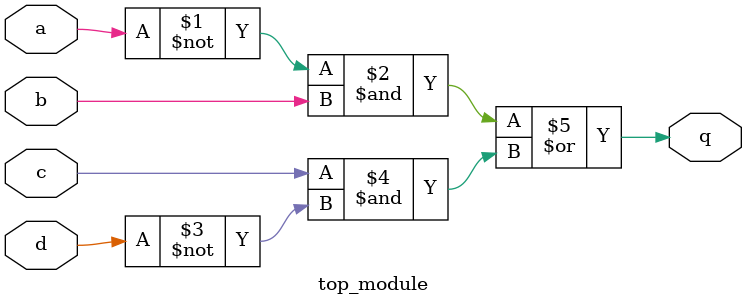
<source format=sv>
module top_module (
  input a,
  input b,
  input c,
  input d,
  output q
);

  assign q = (~a & b) | (c & ~d);

endmodule

</source>
